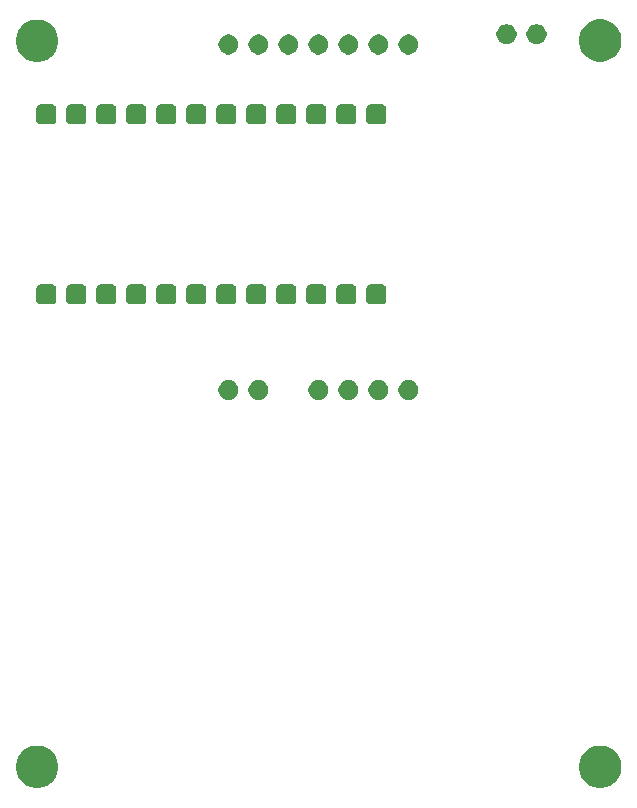
<source format=gbr>
G04 #@! TF.GenerationSoftware,KiCad,Pcbnew,5.0.2+dfsg1-1~bpo9+1*
G04 #@! TF.CreationDate,2019-06-22T18:26:23+01:00*
G04 #@! TF.ProjectId,arduboy_with_flashcart_port_smd,61726475-626f-4795-9f77-6974685f666c,rev?*
G04 #@! TF.SameCoordinates,Original*
G04 #@! TF.FileFunction,Soldermask,Bot*
G04 #@! TF.FilePolarity,Negative*
%FSLAX46Y46*%
G04 Gerber Fmt 4.6, Leading zero omitted, Abs format (unit mm)*
G04 Created by KiCad (PCBNEW 5.0.2+dfsg1-1~bpo9+1) date Sat 22 Jun 2019 18:26:23 BST*
%MOMM*%
%LPD*%
G01*
G04 APERTURE LIST*
%ADD10C,0.100000*%
G04 APERTURE END LIST*
D10*
G36*
X237596231Y-118283211D02*
X237923992Y-118418974D01*
X238218973Y-118616074D01*
X238469826Y-118866927D01*
X238666926Y-119161908D01*
X238802689Y-119489669D01*
X238871900Y-119837616D01*
X238871900Y-120192384D01*
X238802689Y-120540331D01*
X238666926Y-120868092D01*
X238469826Y-121163073D01*
X238218973Y-121413926D01*
X237923992Y-121611026D01*
X237596231Y-121746789D01*
X237248284Y-121816000D01*
X236893516Y-121816000D01*
X236545569Y-121746789D01*
X236217808Y-121611026D01*
X235922827Y-121413926D01*
X235671974Y-121163073D01*
X235474874Y-120868092D01*
X235339111Y-120540331D01*
X235269900Y-120192384D01*
X235269900Y-119837616D01*
X235339111Y-119489669D01*
X235474874Y-119161908D01*
X235671974Y-118866927D01*
X235922827Y-118616074D01*
X236217808Y-118418974D01*
X236545569Y-118283211D01*
X236893516Y-118214000D01*
X237248284Y-118214000D01*
X237596231Y-118283211D01*
X237596231Y-118283211D01*
G37*
G36*
X189920431Y-118283211D02*
X190248192Y-118418974D01*
X190543173Y-118616074D01*
X190794026Y-118866927D01*
X190991126Y-119161908D01*
X191126889Y-119489669D01*
X191196100Y-119837616D01*
X191196100Y-120192384D01*
X191126889Y-120540331D01*
X190991126Y-120868092D01*
X190794026Y-121163073D01*
X190543173Y-121413926D01*
X190248192Y-121611026D01*
X189920431Y-121746789D01*
X189572484Y-121816000D01*
X189217716Y-121816000D01*
X188869769Y-121746789D01*
X188542008Y-121611026D01*
X188247027Y-121413926D01*
X187996174Y-121163073D01*
X187799074Y-120868092D01*
X187663311Y-120540331D01*
X187594100Y-120192384D01*
X187594100Y-119837616D01*
X187663311Y-119489669D01*
X187799074Y-119161908D01*
X187996174Y-118866927D01*
X188247027Y-118616074D01*
X188542008Y-118418974D01*
X188869769Y-118283211D01*
X189217716Y-118214000D01*
X189572484Y-118214000D01*
X189920431Y-118283211D01*
X189920431Y-118283211D01*
G37*
G36*
X213468528Y-87294303D02*
X213623400Y-87358453D01*
X213762781Y-87451585D01*
X213881315Y-87570119D01*
X213974447Y-87709500D01*
X214038597Y-87864372D01*
X214071300Y-88028784D01*
X214071300Y-88196416D01*
X214038597Y-88360828D01*
X213974447Y-88515700D01*
X213881315Y-88655081D01*
X213762781Y-88773615D01*
X213623400Y-88866747D01*
X213468528Y-88930897D01*
X213304116Y-88963600D01*
X213136484Y-88963600D01*
X212972072Y-88930897D01*
X212817200Y-88866747D01*
X212677819Y-88773615D01*
X212559285Y-88655081D01*
X212466153Y-88515700D01*
X212402003Y-88360828D01*
X212369300Y-88196416D01*
X212369300Y-88028784D01*
X212402003Y-87864372D01*
X212466153Y-87709500D01*
X212559285Y-87570119D01*
X212677819Y-87451585D01*
X212817200Y-87358453D01*
X212972072Y-87294303D01*
X213136484Y-87261600D01*
X213304116Y-87261600D01*
X213468528Y-87294303D01*
X213468528Y-87294303D01*
G37*
G36*
X208388528Y-87294303D02*
X208543400Y-87358453D01*
X208682781Y-87451585D01*
X208801315Y-87570119D01*
X208894447Y-87709500D01*
X208958597Y-87864372D01*
X208991300Y-88028784D01*
X208991300Y-88196416D01*
X208958597Y-88360828D01*
X208894447Y-88515700D01*
X208801315Y-88655081D01*
X208682781Y-88773615D01*
X208543400Y-88866747D01*
X208388528Y-88930897D01*
X208224116Y-88963600D01*
X208056484Y-88963600D01*
X207892072Y-88930897D01*
X207737200Y-88866747D01*
X207597819Y-88773615D01*
X207479285Y-88655081D01*
X207386153Y-88515700D01*
X207322003Y-88360828D01*
X207289300Y-88196416D01*
X207289300Y-88028784D01*
X207322003Y-87864372D01*
X207386153Y-87709500D01*
X207479285Y-87570119D01*
X207597819Y-87451585D01*
X207737200Y-87358453D01*
X207892072Y-87294303D01*
X208056484Y-87261600D01*
X208224116Y-87261600D01*
X208388528Y-87294303D01*
X208388528Y-87294303D01*
G37*
G36*
X205848528Y-87294303D02*
X206003400Y-87358453D01*
X206142781Y-87451585D01*
X206261315Y-87570119D01*
X206354447Y-87709500D01*
X206418597Y-87864372D01*
X206451300Y-88028784D01*
X206451300Y-88196416D01*
X206418597Y-88360828D01*
X206354447Y-88515700D01*
X206261315Y-88655081D01*
X206142781Y-88773615D01*
X206003400Y-88866747D01*
X205848528Y-88930897D01*
X205684116Y-88963600D01*
X205516484Y-88963600D01*
X205352072Y-88930897D01*
X205197200Y-88866747D01*
X205057819Y-88773615D01*
X204939285Y-88655081D01*
X204846153Y-88515700D01*
X204782003Y-88360828D01*
X204749300Y-88196416D01*
X204749300Y-88028784D01*
X204782003Y-87864372D01*
X204846153Y-87709500D01*
X204939285Y-87570119D01*
X205057819Y-87451585D01*
X205197200Y-87358453D01*
X205352072Y-87294303D01*
X205516484Y-87261600D01*
X205684116Y-87261600D01*
X205848528Y-87294303D01*
X205848528Y-87294303D01*
G37*
G36*
X221088528Y-87294303D02*
X221243400Y-87358453D01*
X221382781Y-87451585D01*
X221501315Y-87570119D01*
X221594447Y-87709500D01*
X221658597Y-87864372D01*
X221691300Y-88028784D01*
X221691300Y-88196416D01*
X221658597Y-88360828D01*
X221594447Y-88515700D01*
X221501315Y-88655081D01*
X221382781Y-88773615D01*
X221243400Y-88866747D01*
X221088528Y-88930897D01*
X220924116Y-88963600D01*
X220756484Y-88963600D01*
X220592072Y-88930897D01*
X220437200Y-88866747D01*
X220297819Y-88773615D01*
X220179285Y-88655081D01*
X220086153Y-88515700D01*
X220022003Y-88360828D01*
X219989300Y-88196416D01*
X219989300Y-88028784D01*
X220022003Y-87864372D01*
X220086153Y-87709500D01*
X220179285Y-87570119D01*
X220297819Y-87451585D01*
X220437200Y-87358453D01*
X220592072Y-87294303D01*
X220756484Y-87261600D01*
X220924116Y-87261600D01*
X221088528Y-87294303D01*
X221088528Y-87294303D01*
G37*
G36*
X218548528Y-87294303D02*
X218703400Y-87358453D01*
X218842781Y-87451585D01*
X218961315Y-87570119D01*
X219054447Y-87709500D01*
X219118597Y-87864372D01*
X219151300Y-88028784D01*
X219151300Y-88196416D01*
X219118597Y-88360828D01*
X219054447Y-88515700D01*
X218961315Y-88655081D01*
X218842781Y-88773615D01*
X218703400Y-88866747D01*
X218548528Y-88930897D01*
X218384116Y-88963600D01*
X218216484Y-88963600D01*
X218052072Y-88930897D01*
X217897200Y-88866747D01*
X217757819Y-88773615D01*
X217639285Y-88655081D01*
X217546153Y-88515700D01*
X217482003Y-88360828D01*
X217449300Y-88196416D01*
X217449300Y-88028784D01*
X217482003Y-87864372D01*
X217546153Y-87709500D01*
X217639285Y-87570119D01*
X217757819Y-87451585D01*
X217897200Y-87358453D01*
X218052072Y-87294303D01*
X218216484Y-87261600D01*
X218384116Y-87261600D01*
X218548528Y-87294303D01*
X218548528Y-87294303D01*
G37*
G36*
X216008528Y-87294303D02*
X216163400Y-87358453D01*
X216302781Y-87451585D01*
X216421315Y-87570119D01*
X216514447Y-87709500D01*
X216578597Y-87864372D01*
X216611300Y-88028784D01*
X216611300Y-88196416D01*
X216578597Y-88360828D01*
X216514447Y-88515700D01*
X216421315Y-88655081D01*
X216302781Y-88773615D01*
X216163400Y-88866747D01*
X216008528Y-88930897D01*
X215844116Y-88963600D01*
X215676484Y-88963600D01*
X215512072Y-88930897D01*
X215357200Y-88866747D01*
X215217819Y-88773615D01*
X215099285Y-88655081D01*
X215006153Y-88515700D01*
X214942003Y-88360828D01*
X214909300Y-88196416D01*
X214909300Y-88028784D01*
X214942003Y-87864372D01*
X215006153Y-87709500D01*
X215099285Y-87570119D01*
X215217819Y-87451585D01*
X215357200Y-87358453D01*
X215512072Y-87294303D01*
X215676484Y-87261600D01*
X215844116Y-87261600D01*
X216008528Y-87294303D01*
X216008528Y-87294303D01*
G37*
G36*
X208521198Y-79166568D02*
X208589184Y-79187191D01*
X208651837Y-79220680D01*
X208706752Y-79265748D01*
X208751820Y-79320663D01*
X208785309Y-79383316D01*
X208805932Y-79451302D01*
X208813500Y-79528140D01*
X208813500Y-80491860D01*
X208805932Y-80568698D01*
X208785309Y-80636684D01*
X208751820Y-80699337D01*
X208706752Y-80754252D01*
X208651837Y-80799320D01*
X208589184Y-80832809D01*
X208521198Y-80853432D01*
X208444360Y-80861000D01*
X207480640Y-80861000D01*
X207403802Y-80853432D01*
X207335816Y-80832809D01*
X207273163Y-80799320D01*
X207218248Y-80754252D01*
X207173180Y-80699337D01*
X207139691Y-80636684D01*
X207119068Y-80568698D01*
X207111500Y-80491860D01*
X207111500Y-79528140D01*
X207119068Y-79451302D01*
X207139691Y-79383316D01*
X207173180Y-79320663D01*
X207218248Y-79265748D01*
X207273163Y-79220680D01*
X207335816Y-79187191D01*
X207403802Y-79166568D01*
X207480640Y-79159000D01*
X208444360Y-79159000D01*
X208521198Y-79166568D01*
X208521198Y-79166568D01*
G37*
G36*
X193281198Y-79166568D02*
X193349184Y-79187191D01*
X193411837Y-79220680D01*
X193466752Y-79265748D01*
X193511820Y-79320663D01*
X193545309Y-79383316D01*
X193565932Y-79451302D01*
X193573500Y-79528140D01*
X193573500Y-80491860D01*
X193565932Y-80568698D01*
X193545309Y-80636684D01*
X193511820Y-80699337D01*
X193466752Y-80754252D01*
X193411837Y-80799320D01*
X193349184Y-80832809D01*
X193281198Y-80853432D01*
X193204360Y-80861000D01*
X192240640Y-80861000D01*
X192163802Y-80853432D01*
X192095816Y-80832809D01*
X192033163Y-80799320D01*
X191978248Y-80754252D01*
X191933180Y-80699337D01*
X191899691Y-80636684D01*
X191879068Y-80568698D01*
X191871500Y-80491860D01*
X191871500Y-79528140D01*
X191879068Y-79451302D01*
X191899691Y-79383316D01*
X191933180Y-79320663D01*
X191978248Y-79265748D01*
X192033163Y-79220680D01*
X192095816Y-79187191D01*
X192163802Y-79166568D01*
X192240640Y-79159000D01*
X193204360Y-79159000D01*
X193281198Y-79166568D01*
X193281198Y-79166568D01*
G37*
G36*
X195821198Y-79166568D02*
X195889184Y-79187191D01*
X195951837Y-79220680D01*
X196006752Y-79265748D01*
X196051820Y-79320663D01*
X196085309Y-79383316D01*
X196105932Y-79451302D01*
X196113500Y-79528140D01*
X196113500Y-80491860D01*
X196105932Y-80568698D01*
X196085309Y-80636684D01*
X196051820Y-80699337D01*
X196006752Y-80754252D01*
X195951837Y-80799320D01*
X195889184Y-80832809D01*
X195821198Y-80853432D01*
X195744360Y-80861000D01*
X194780640Y-80861000D01*
X194703802Y-80853432D01*
X194635816Y-80832809D01*
X194573163Y-80799320D01*
X194518248Y-80754252D01*
X194473180Y-80699337D01*
X194439691Y-80636684D01*
X194419068Y-80568698D01*
X194411500Y-80491860D01*
X194411500Y-79528140D01*
X194419068Y-79451302D01*
X194439691Y-79383316D01*
X194473180Y-79320663D01*
X194518248Y-79265748D01*
X194573163Y-79220680D01*
X194635816Y-79187191D01*
X194703802Y-79166568D01*
X194780640Y-79159000D01*
X195744360Y-79159000D01*
X195821198Y-79166568D01*
X195821198Y-79166568D01*
G37*
G36*
X198361198Y-79166568D02*
X198429184Y-79187191D01*
X198491837Y-79220680D01*
X198546752Y-79265748D01*
X198591820Y-79320663D01*
X198625309Y-79383316D01*
X198645932Y-79451302D01*
X198653500Y-79528140D01*
X198653500Y-80491860D01*
X198645932Y-80568698D01*
X198625309Y-80636684D01*
X198591820Y-80699337D01*
X198546752Y-80754252D01*
X198491837Y-80799320D01*
X198429184Y-80832809D01*
X198361198Y-80853432D01*
X198284360Y-80861000D01*
X197320640Y-80861000D01*
X197243802Y-80853432D01*
X197175816Y-80832809D01*
X197113163Y-80799320D01*
X197058248Y-80754252D01*
X197013180Y-80699337D01*
X196979691Y-80636684D01*
X196959068Y-80568698D01*
X196951500Y-80491860D01*
X196951500Y-79528140D01*
X196959068Y-79451302D01*
X196979691Y-79383316D01*
X197013180Y-79320663D01*
X197058248Y-79265748D01*
X197113163Y-79220680D01*
X197175816Y-79187191D01*
X197243802Y-79166568D01*
X197320640Y-79159000D01*
X198284360Y-79159000D01*
X198361198Y-79166568D01*
X198361198Y-79166568D01*
G37*
G36*
X200901198Y-79166568D02*
X200969184Y-79187191D01*
X201031837Y-79220680D01*
X201086752Y-79265748D01*
X201131820Y-79320663D01*
X201165309Y-79383316D01*
X201185932Y-79451302D01*
X201193500Y-79528140D01*
X201193500Y-80491860D01*
X201185932Y-80568698D01*
X201165309Y-80636684D01*
X201131820Y-80699337D01*
X201086752Y-80754252D01*
X201031837Y-80799320D01*
X200969184Y-80832809D01*
X200901198Y-80853432D01*
X200824360Y-80861000D01*
X199860640Y-80861000D01*
X199783802Y-80853432D01*
X199715816Y-80832809D01*
X199653163Y-80799320D01*
X199598248Y-80754252D01*
X199553180Y-80699337D01*
X199519691Y-80636684D01*
X199499068Y-80568698D01*
X199491500Y-80491860D01*
X199491500Y-79528140D01*
X199499068Y-79451302D01*
X199519691Y-79383316D01*
X199553180Y-79320663D01*
X199598248Y-79265748D01*
X199653163Y-79220680D01*
X199715816Y-79187191D01*
X199783802Y-79166568D01*
X199860640Y-79159000D01*
X200824360Y-79159000D01*
X200901198Y-79166568D01*
X200901198Y-79166568D01*
G37*
G36*
X203441198Y-79166568D02*
X203509184Y-79187191D01*
X203571837Y-79220680D01*
X203626752Y-79265748D01*
X203671820Y-79320663D01*
X203705309Y-79383316D01*
X203725932Y-79451302D01*
X203733500Y-79528140D01*
X203733500Y-80491860D01*
X203725932Y-80568698D01*
X203705309Y-80636684D01*
X203671820Y-80699337D01*
X203626752Y-80754252D01*
X203571837Y-80799320D01*
X203509184Y-80832809D01*
X203441198Y-80853432D01*
X203364360Y-80861000D01*
X202400640Y-80861000D01*
X202323802Y-80853432D01*
X202255816Y-80832809D01*
X202193163Y-80799320D01*
X202138248Y-80754252D01*
X202093180Y-80699337D01*
X202059691Y-80636684D01*
X202039068Y-80568698D01*
X202031500Y-80491860D01*
X202031500Y-79528140D01*
X202039068Y-79451302D01*
X202059691Y-79383316D01*
X202093180Y-79320663D01*
X202138248Y-79265748D01*
X202193163Y-79220680D01*
X202255816Y-79187191D01*
X202323802Y-79166568D01*
X202400640Y-79159000D01*
X203364360Y-79159000D01*
X203441198Y-79166568D01*
X203441198Y-79166568D01*
G37*
G36*
X205981198Y-79166568D02*
X206049184Y-79187191D01*
X206111837Y-79220680D01*
X206166752Y-79265748D01*
X206211820Y-79320663D01*
X206245309Y-79383316D01*
X206265932Y-79451302D01*
X206273500Y-79528140D01*
X206273500Y-80491860D01*
X206265932Y-80568698D01*
X206245309Y-80636684D01*
X206211820Y-80699337D01*
X206166752Y-80754252D01*
X206111837Y-80799320D01*
X206049184Y-80832809D01*
X205981198Y-80853432D01*
X205904360Y-80861000D01*
X204940640Y-80861000D01*
X204863802Y-80853432D01*
X204795816Y-80832809D01*
X204733163Y-80799320D01*
X204678248Y-80754252D01*
X204633180Y-80699337D01*
X204599691Y-80636684D01*
X204579068Y-80568698D01*
X204571500Y-80491860D01*
X204571500Y-79528140D01*
X204579068Y-79451302D01*
X204599691Y-79383316D01*
X204633180Y-79320663D01*
X204678248Y-79265748D01*
X204733163Y-79220680D01*
X204795816Y-79187191D01*
X204863802Y-79166568D01*
X204940640Y-79159000D01*
X205904360Y-79159000D01*
X205981198Y-79166568D01*
X205981198Y-79166568D01*
G37*
G36*
X211061198Y-79166568D02*
X211129184Y-79187191D01*
X211191837Y-79220680D01*
X211246752Y-79265748D01*
X211291820Y-79320663D01*
X211325309Y-79383316D01*
X211345932Y-79451302D01*
X211353500Y-79528140D01*
X211353500Y-80491860D01*
X211345932Y-80568698D01*
X211325309Y-80636684D01*
X211291820Y-80699337D01*
X211246752Y-80754252D01*
X211191837Y-80799320D01*
X211129184Y-80832809D01*
X211061198Y-80853432D01*
X210984360Y-80861000D01*
X210020640Y-80861000D01*
X209943802Y-80853432D01*
X209875816Y-80832809D01*
X209813163Y-80799320D01*
X209758248Y-80754252D01*
X209713180Y-80699337D01*
X209679691Y-80636684D01*
X209659068Y-80568698D01*
X209651500Y-80491860D01*
X209651500Y-79528140D01*
X209659068Y-79451302D01*
X209679691Y-79383316D01*
X209713180Y-79320663D01*
X209758248Y-79265748D01*
X209813163Y-79220680D01*
X209875816Y-79187191D01*
X209943802Y-79166568D01*
X210020640Y-79159000D01*
X210984360Y-79159000D01*
X211061198Y-79166568D01*
X211061198Y-79166568D01*
G37*
G36*
X190741198Y-79166568D02*
X190809184Y-79187191D01*
X190871837Y-79220680D01*
X190926752Y-79265748D01*
X190971820Y-79320663D01*
X191005309Y-79383316D01*
X191025932Y-79451302D01*
X191033500Y-79528140D01*
X191033500Y-80491860D01*
X191025932Y-80568698D01*
X191005309Y-80636684D01*
X190971820Y-80699337D01*
X190926752Y-80754252D01*
X190871837Y-80799320D01*
X190809184Y-80832809D01*
X190741198Y-80853432D01*
X190664360Y-80861000D01*
X189700640Y-80861000D01*
X189623802Y-80853432D01*
X189555816Y-80832809D01*
X189493163Y-80799320D01*
X189438248Y-80754252D01*
X189393180Y-80699337D01*
X189359691Y-80636684D01*
X189339068Y-80568698D01*
X189331500Y-80491860D01*
X189331500Y-79528140D01*
X189339068Y-79451302D01*
X189359691Y-79383316D01*
X189393180Y-79320663D01*
X189438248Y-79265748D01*
X189493163Y-79220680D01*
X189555816Y-79187191D01*
X189623802Y-79166568D01*
X189700640Y-79159000D01*
X190664360Y-79159000D01*
X190741198Y-79166568D01*
X190741198Y-79166568D01*
G37*
G36*
X218681198Y-79166568D02*
X218749184Y-79187191D01*
X218811837Y-79220680D01*
X218866752Y-79265748D01*
X218911820Y-79320663D01*
X218945309Y-79383316D01*
X218965932Y-79451302D01*
X218973500Y-79528140D01*
X218973500Y-80491860D01*
X218965932Y-80568698D01*
X218945309Y-80636684D01*
X218911820Y-80699337D01*
X218866752Y-80754252D01*
X218811837Y-80799320D01*
X218749184Y-80832809D01*
X218681198Y-80853432D01*
X218604360Y-80861000D01*
X217640640Y-80861000D01*
X217563802Y-80853432D01*
X217495816Y-80832809D01*
X217433163Y-80799320D01*
X217378248Y-80754252D01*
X217333180Y-80699337D01*
X217299691Y-80636684D01*
X217279068Y-80568698D01*
X217271500Y-80491860D01*
X217271500Y-79528140D01*
X217279068Y-79451302D01*
X217299691Y-79383316D01*
X217333180Y-79320663D01*
X217378248Y-79265748D01*
X217433163Y-79220680D01*
X217495816Y-79187191D01*
X217563802Y-79166568D01*
X217640640Y-79159000D01*
X218604360Y-79159000D01*
X218681198Y-79166568D01*
X218681198Y-79166568D01*
G37*
G36*
X216141198Y-79166568D02*
X216209184Y-79187191D01*
X216271837Y-79220680D01*
X216326752Y-79265748D01*
X216371820Y-79320663D01*
X216405309Y-79383316D01*
X216425932Y-79451302D01*
X216433500Y-79528140D01*
X216433500Y-80491860D01*
X216425932Y-80568698D01*
X216405309Y-80636684D01*
X216371820Y-80699337D01*
X216326752Y-80754252D01*
X216271837Y-80799320D01*
X216209184Y-80832809D01*
X216141198Y-80853432D01*
X216064360Y-80861000D01*
X215100640Y-80861000D01*
X215023802Y-80853432D01*
X214955816Y-80832809D01*
X214893163Y-80799320D01*
X214838248Y-80754252D01*
X214793180Y-80699337D01*
X214759691Y-80636684D01*
X214739068Y-80568698D01*
X214731500Y-80491860D01*
X214731500Y-79528140D01*
X214739068Y-79451302D01*
X214759691Y-79383316D01*
X214793180Y-79320663D01*
X214838248Y-79265748D01*
X214893163Y-79220680D01*
X214955816Y-79187191D01*
X215023802Y-79166568D01*
X215100640Y-79159000D01*
X216064360Y-79159000D01*
X216141198Y-79166568D01*
X216141198Y-79166568D01*
G37*
G36*
X213601198Y-79166568D02*
X213669184Y-79187191D01*
X213731837Y-79220680D01*
X213786752Y-79265748D01*
X213831820Y-79320663D01*
X213865309Y-79383316D01*
X213885932Y-79451302D01*
X213893500Y-79528140D01*
X213893500Y-80491860D01*
X213885932Y-80568698D01*
X213865309Y-80636684D01*
X213831820Y-80699337D01*
X213786752Y-80754252D01*
X213731837Y-80799320D01*
X213669184Y-80832809D01*
X213601198Y-80853432D01*
X213524360Y-80861000D01*
X212560640Y-80861000D01*
X212483802Y-80853432D01*
X212415816Y-80832809D01*
X212353163Y-80799320D01*
X212298248Y-80754252D01*
X212253180Y-80699337D01*
X212219691Y-80636684D01*
X212199068Y-80568698D01*
X212191500Y-80491860D01*
X212191500Y-79528140D01*
X212199068Y-79451302D01*
X212219691Y-79383316D01*
X212253180Y-79320663D01*
X212298248Y-79265748D01*
X212353163Y-79220680D01*
X212415816Y-79187191D01*
X212483802Y-79166568D01*
X212560640Y-79159000D01*
X213524360Y-79159000D01*
X213601198Y-79166568D01*
X213601198Y-79166568D01*
G37*
G36*
X211061198Y-63926568D02*
X211129184Y-63947191D01*
X211191837Y-63980680D01*
X211246752Y-64025748D01*
X211291820Y-64080663D01*
X211325309Y-64143316D01*
X211345932Y-64211302D01*
X211353500Y-64288140D01*
X211353500Y-65251860D01*
X211345932Y-65328698D01*
X211325309Y-65396684D01*
X211291820Y-65459337D01*
X211246752Y-65514252D01*
X211191837Y-65559320D01*
X211129184Y-65592809D01*
X211061198Y-65613432D01*
X210984360Y-65621000D01*
X210020640Y-65621000D01*
X209943802Y-65613432D01*
X209875816Y-65592809D01*
X209813163Y-65559320D01*
X209758248Y-65514252D01*
X209713180Y-65459337D01*
X209679691Y-65396684D01*
X209659068Y-65328698D01*
X209651500Y-65251860D01*
X209651500Y-64288140D01*
X209659068Y-64211302D01*
X209679691Y-64143316D01*
X209713180Y-64080663D01*
X209758248Y-64025748D01*
X209813163Y-63980680D01*
X209875816Y-63947191D01*
X209943802Y-63926568D01*
X210020640Y-63919000D01*
X210984360Y-63919000D01*
X211061198Y-63926568D01*
X211061198Y-63926568D01*
G37*
G36*
X218681198Y-63926568D02*
X218749184Y-63947191D01*
X218811837Y-63980680D01*
X218866752Y-64025748D01*
X218911820Y-64080663D01*
X218945309Y-64143316D01*
X218965932Y-64211302D01*
X218973500Y-64288140D01*
X218973500Y-65251860D01*
X218965932Y-65328698D01*
X218945309Y-65396684D01*
X218911820Y-65459337D01*
X218866752Y-65514252D01*
X218811837Y-65559320D01*
X218749184Y-65592809D01*
X218681198Y-65613432D01*
X218604360Y-65621000D01*
X217640640Y-65621000D01*
X217563802Y-65613432D01*
X217495816Y-65592809D01*
X217433163Y-65559320D01*
X217378248Y-65514252D01*
X217333180Y-65459337D01*
X217299691Y-65396684D01*
X217279068Y-65328698D01*
X217271500Y-65251860D01*
X217271500Y-64288140D01*
X217279068Y-64211302D01*
X217299691Y-64143316D01*
X217333180Y-64080663D01*
X217378248Y-64025748D01*
X217433163Y-63980680D01*
X217495816Y-63947191D01*
X217563802Y-63926568D01*
X217640640Y-63919000D01*
X218604360Y-63919000D01*
X218681198Y-63926568D01*
X218681198Y-63926568D01*
G37*
G36*
X216141198Y-63926568D02*
X216209184Y-63947191D01*
X216271837Y-63980680D01*
X216326752Y-64025748D01*
X216371820Y-64080663D01*
X216405309Y-64143316D01*
X216425932Y-64211302D01*
X216433500Y-64288140D01*
X216433500Y-65251860D01*
X216425932Y-65328698D01*
X216405309Y-65396684D01*
X216371820Y-65459337D01*
X216326752Y-65514252D01*
X216271837Y-65559320D01*
X216209184Y-65592809D01*
X216141198Y-65613432D01*
X216064360Y-65621000D01*
X215100640Y-65621000D01*
X215023802Y-65613432D01*
X214955816Y-65592809D01*
X214893163Y-65559320D01*
X214838248Y-65514252D01*
X214793180Y-65459337D01*
X214759691Y-65396684D01*
X214739068Y-65328698D01*
X214731500Y-65251860D01*
X214731500Y-64288140D01*
X214739068Y-64211302D01*
X214759691Y-64143316D01*
X214793180Y-64080663D01*
X214838248Y-64025748D01*
X214893163Y-63980680D01*
X214955816Y-63947191D01*
X215023802Y-63926568D01*
X215100640Y-63919000D01*
X216064360Y-63919000D01*
X216141198Y-63926568D01*
X216141198Y-63926568D01*
G37*
G36*
X213601198Y-63926568D02*
X213669184Y-63947191D01*
X213731837Y-63980680D01*
X213786752Y-64025748D01*
X213831820Y-64080663D01*
X213865309Y-64143316D01*
X213885932Y-64211302D01*
X213893500Y-64288140D01*
X213893500Y-65251860D01*
X213885932Y-65328698D01*
X213865309Y-65396684D01*
X213831820Y-65459337D01*
X213786752Y-65514252D01*
X213731837Y-65559320D01*
X213669184Y-65592809D01*
X213601198Y-65613432D01*
X213524360Y-65621000D01*
X212560640Y-65621000D01*
X212483802Y-65613432D01*
X212415816Y-65592809D01*
X212353163Y-65559320D01*
X212298248Y-65514252D01*
X212253180Y-65459337D01*
X212219691Y-65396684D01*
X212199068Y-65328698D01*
X212191500Y-65251860D01*
X212191500Y-64288140D01*
X212199068Y-64211302D01*
X212219691Y-64143316D01*
X212253180Y-64080663D01*
X212298248Y-64025748D01*
X212353163Y-63980680D01*
X212415816Y-63947191D01*
X212483802Y-63926568D01*
X212560640Y-63919000D01*
X213524360Y-63919000D01*
X213601198Y-63926568D01*
X213601198Y-63926568D01*
G37*
G36*
X208521198Y-63926568D02*
X208589184Y-63947191D01*
X208651837Y-63980680D01*
X208706752Y-64025748D01*
X208751820Y-64080663D01*
X208785309Y-64143316D01*
X208805932Y-64211302D01*
X208813500Y-64288140D01*
X208813500Y-65251860D01*
X208805932Y-65328698D01*
X208785309Y-65396684D01*
X208751820Y-65459337D01*
X208706752Y-65514252D01*
X208651837Y-65559320D01*
X208589184Y-65592809D01*
X208521198Y-65613432D01*
X208444360Y-65621000D01*
X207480640Y-65621000D01*
X207403802Y-65613432D01*
X207335816Y-65592809D01*
X207273163Y-65559320D01*
X207218248Y-65514252D01*
X207173180Y-65459337D01*
X207139691Y-65396684D01*
X207119068Y-65328698D01*
X207111500Y-65251860D01*
X207111500Y-64288140D01*
X207119068Y-64211302D01*
X207139691Y-64143316D01*
X207173180Y-64080663D01*
X207218248Y-64025748D01*
X207273163Y-63980680D01*
X207335816Y-63947191D01*
X207403802Y-63926568D01*
X207480640Y-63919000D01*
X208444360Y-63919000D01*
X208521198Y-63926568D01*
X208521198Y-63926568D01*
G37*
G36*
X205981198Y-63926568D02*
X206049184Y-63947191D01*
X206111837Y-63980680D01*
X206166752Y-64025748D01*
X206211820Y-64080663D01*
X206245309Y-64143316D01*
X206265932Y-64211302D01*
X206273500Y-64288140D01*
X206273500Y-65251860D01*
X206265932Y-65328698D01*
X206245309Y-65396684D01*
X206211820Y-65459337D01*
X206166752Y-65514252D01*
X206111837Y-65559320D01*
X206049184Y-65592809D01*
X205981198Y-65613432D01*
X205904360Y-65621000D01*
X204940640Y-65621000D01*
X204863802Y-65613432D01*
X204795816Y-65592809D01*
X204733163Y-65559320D01*
X204678248Y-65514252D01*
X204633180Y-65459337D01*
X204599691Y-65396684D01*
X204579068Y-65328698D01*
X204571500Y-65251860D01*
X204571500Y-64288140D01*
X204579068Y-64211302D01*
X204599691Y-64143316D01*
X204633180Y-64080663D01*
X204678248Y-64025748D01*
X204733163Y-63980680D01*
X204795816Y-63947191D01*
X204863802Y-63926568D01*
X204940640Y-63919000D01*
X205904360Y-63919000D01*
X205981198Y-63926568D01*
X205981198Y-63926568D01*
G37*
G36*
X200901198Y-63926568D02*
X200969184Y-63947191D01*
X201031837Y-63980680D01*
X201086752Y-64025748D01*
X201131820Y-64080663D01*
X201165309Y-64143316D01*
X201185932Y-64211302D01*
X201193500Y-64288140D01*
X201193500Y-65251860D01*
X201185932Y-65328698D01*
X201165309Y-65396684D01*
X201131820Y-65459337D01*
X201086752Y-65514252D01*
X201031837Y-65559320D01*
X200969184Y-65592809D01*
X200901198Y-65613432D01*
X200824360Y-65621000D01*
X199860640Y-65621000D01*
X199783802Y-65613432D01*
X199715816Y-65592809D01*
X199653163Y-65559320D01*
X199598248Y-65514252D01*
X199553180Y-65459337D01*
X199519691Y-65396684D01*
X199499068Y-65328698D01*
X199491500Y-65251860D01*
X199491500Y-64288140D01*
X199499068Y-64211302D01*
X199519691Y-64143316D01*
X199553180Y-64080663D01*
X199598248Y-64025748D01*
X199653163Y-63980680D01*
X199715816Y-63947191D01*
X199783802Y-63926568D01*
X199860640Y-63919000D01*
X200824360Y-63919000D01*
X200901198Y-63926568D01*
X200901198Y-63926568D01*
G37*
G36*
X198361198Y-63926568D02*
X198429184Y-63947191D01*
X198491837Y-63980680D01*
X198546752Y-64025748D01*
X198591820Y-64080663D01*
X198625309Y-64143316D01*
X198645932Y-64211302D01*
X198653500Y-64288140D01*
X198653500Y-65251860D01*
X198645932Y-65328698D01*
X198625309Y-65396684D01*
X198591820Y-65459337D01*
X198546752Y-65514252D01*
X198491837Y-65559320D01*
X198429184Y-65592809D01*
X198361198Y-65613432D01*
X198284360Y-65621000D01*
X197320640Y-65621000D01*
X197243802Y-65613432D01*
X197175816Y-65592809D01*
X197113163Y-65559320D01*
X197058248Y-65514252D01*
X197013180Y-65459337D01*
X196979691Y-65396684D01*
X196959068Y-65328698D01*
X196951500Y-65251860D01*
X196951500Y-64288140D01*
X196959068Y-64211302D01*
X196979691Y-64143316D01*
X197013180Y-64080663D01*
X197058248Y-64025748D01*
X197113163Y-63980680D01*
X197175816Y-63947191D01*
X197243802Y-63926568D01*
X197320640Y-63919000D01*
X198284360Y-63919000D01*
X198361198Y-63926568D01*
X198361198Y-63926568D01*
G37*
G36*
X195821198Y-63926568D02*
X195889184Y-63947191D01*
X195951837Y-63980680D01*
X196006752Y-64025748D01*
X196051820Y-64080663D01*
X196085309Y-64143316D01*
X196105932Y-64211302D01*
X196113500Y-64288140D01*
X196113500Y-65251860D01*
X196105932Y-65328698D01*
X196085309Y-65396684D01*
X196051820Y-65459337D01*
X196006752Y-65514252D01*
X195951837Y-65559320D01*
X195889184Y-65592809D01*
X195821198Y-65613432D01*
X195744360Y-65621000D01*
X194780640Y-65621000D01*
X194703802Y-65613432D01*
X194635816Y-65592809D01*
X194573163Y-65559320D01*
X194518248Y-65514252D01*
X194473180Y-65459337D01*
X194439691Y-65396684D01*
X194419068Y-65328698D01*
X194411500Y-65251860D01*
X194411500Y-64288140D01*
X194419068Y-64211302D01*
X194439691Y-64143316D01*
X194473180Y-64080663D01*
X194518248Y-64025748D01*
X194573163Y-63980680D01*
X194635816Y-63947191D01*
X194703802Y-63926568D01*
X194780640Y-63919000D01*
X195744360Y-63919000D01*
X195821198Y-63926568D01*
X195821198Y-63926568D01*
G37*
G36*
X193281198Y-63926568D02*
X193349184Y-63947191D01*
X193411837Y-63980680D01*
X193466752Y-64025748D01*
X193511820Y-64080663D01*
X193545309Y-64143316D01*
X193565932Y-64211302D01*
X193573500Y-64288140D01*
X193573500Y-65251860D01*
X193565932Y-65328698D01*
X193545309Y-65396684D01*
X193511820Y-65459337D01*
X193466752Y-65514252D01*
X193411837Y-65559320D01*
X193349184Y-65592809D01*
X193281198Y-65613432D01*
X193204360Y-65621000D01*
X192240640Y-65621000D01*
X192163802Y-65613432D01*
X192095816Y-65592809D01*
X192033163Y-65559320D01*
X191978248Y-65514252D01*
X191933180Y-65459337D01*
X191899691Y-65396684D01*
X191879068Y-65328698D01*
X191871500Y-65251860D01*
X191871500Y-64288140D01*
X191879068Y-64211302D01*
X191899691Y-64143316D01*
X191933180Y-64080663D01*
X191978248Y-64025748D01*
X192033163Y-63980680D01*
X192095816Y-63947191D01*
X192163802Y-63926568D01*
X192240640Y-63919000D01*
X193204360Y-63919000D01*
X193281198Y-63926568D01*
X193281198Y-63926568D01*
G37*
G36*
X190741198Y-63926568D02*
X190809184Y-63947191D01*
X190871837Y-63980680D01*
X190926752Y-64025748D01*
X190971820Y-64080663D01*
X191005309Y-64143316D01*
X191025932Y-64211302D01*
X191033500Y-64288140D01*
X191033500Y-65251860D01*
X191025932Y-65328698D01*
X191005309Y-65396684D01*
X190971820Y-65459337D01*
X190926752Y-65514252D01*
X190871837Y-65559320D01*
X190809184Y-65592809D01*
X190741198Y-65613432D01*
X190664360Y-65621000D01*
X189700640Y-65621000D01*
X189623802Y-65613432D01*
X189555816Y-65592809D01*
X189493163Y-65559320D01*
X189438248Y-65514252D01*
X189393180Y-65459337D01*
X189359691Y-65396684D01*
X189339068Y-65328698D01*
X189331500Y-65251860D01*
X189331500Y-64288140D01*
X189339068Y-64211302D01*
X189359691Y-64143316D01*
X189393180Y-64080663D01*
X189438248Y-64025748D01*
X189493163Y-63980680D01*
X189555816Y-63947191D01*
X189623802Y-63926568D01*
X189700640Y-63919000D01*
X190664360Y-63919000D01*
X190741198Y-63926568D01*
X190741198Y-63926568D01*
G37*
G36*
X203441198Y-63926568D02*
X203509184Y-63947191D01*
X203571837Y-63980680D01*
X203626752Y-64025748D01*
X203671820Y-64080663D01*
X203705309Y-64143316D01*
X203725932Y-64211302D01*
X203733500Y-64288140D01*
X203733500Y-65251860D01*
X203725932Y-65328698D01*
X203705309Y-65396684D01*
X203671820Y-65459337D01*
X203626752Y-65514252D01*
X203571837Y-65559320D01*
X203509184Y-65592809D01*
X203441198Y-65613432D01*
X203364360Y-65621000D01*
X202400640Y-65621000D01*
X202323802Y-65613432D01*
X202255816Y-65592809D01*
X202193163Y-65559320D01*
X202138248Y-65514252D01*
X202093180Y-65459337D01*
X202059691Y-65396684D01*
X202039068Y-65328698D01*
X202031500Y-65251860D01*
X202031500Y-64288140D01*
X202039068Y-64211302D01*
X202059691Y-64143316D01*
X202093180Y-64080663D01*
X202138248Y-64025748D01*
X202193163Y-63980680D01*
X202255816Y-63947191D01*
X202323802Y-63926568D01*
X202400640Y-63919000D01*
X203364360Y-63919000D01*
X203441198Y-63926568D01*
X203441198Y-63926568D01*
G37*
G36*
X189920431Y-56815211D02*
X190248192Y-56950974D01*
X190543173Y-57148074D01*
X190794026Y-57398927D01*
X190991126Y-57693908D01*
X191126889Y-58021669D01*
X191196100Y-58369616D01*
X191196100Y-58724384D01*
X191126889Y-59072331D01*
X190991126Y-59400092D01*
X190794026Y-59695073D01*
X190543173Y-59945926D01*
X190248192Y-60143026D01*
X189920431Y-60278789D01*
X189572484Y-60348000D01*
X189217716Y-60348000D01*
X188869769Y-60278789D01*
X188542008Y-60143026D01*
X188247027Y-59945926D01*
X187996174Y-59695073D01*
X187799074Y-59400092D01*
X187663311Y-59072331D01*
X187594100Y-58724384D01*
X187594100Y-58369616D01*
X187663311Y-58021669D01*
X187799074Y-57693908D01*
X187996174Y-57398927D01*
X188247027Y-57148074D01*
X188542008Y-56950974D01*
X188869769Y-56815211D01*
X189217716Y-56746000D01*
X189572484Y-56746000D01*
X189920431Y-56815211D01*
X189920431Y-56815211D01*
G37*
G36*
X237596231Y-56789811D02*
X237923992Y-56925574D01*
X238218973Y-57122674D01*
X238469826Y-57373527D01*
X238666926Y-57668508D01*
X238802689Y-57996269D01*
X238871900Y-58344216D01*
X238871900Y-58698984D01*
X238802689Y-59046931D01*
X238666926Y-59374692D01*
X238469826Y-59669673D01*
X238218973Y-59920526D01*
X237923992Y-60117626D01*
X237596231Y-60253389D01*
X237248284Y-60322600D01*
X236893516Y-60322600D01*
X236545569Y-60253389D01*
X236217808Y-60117626D01*
X235922827Y-59920526D01*
X235671974Y-59669673D01*
X235474874Y-59374692D01*
X235339111Y-59046931D01*
X235269900Y-58698984D01*
X235269900Y-58344216D01*
X235339111Y-57996269D01*
X235474874Y-57668508D01*
X235671974Y-57373527D01*
X235922827Y-57122674D01*
X236217808Y-56925574D01*
X236545569Y-56789811D01*
X236893516Y-56720600D01*
X237248284Y-56720600D01*
X237596231Y-56789811D01*
X237596231Y-56789811D01*
G37*
G36*
X205848528Y-58033503D02*
X206003400Y-58097653D01*
X206142781Y-58190785D01*
X206261315Y-58309319D01*
X206354447Y-58448700D01*
X206418597Y-58603572D01*
X206451300Y-58767984D01*
X206451300Y-58935616D01*
X206418597Y-59100028D01*
X206354447Y-59254900D01*
X206261315Y-59394281D01*
X206142781Y-59512815D01*
X206003400Y-59605947D01*
X205848528Y-59670097D01*
X205684116Y-59702800D01*
X205516484Y-59702800D01*
X205352072Y-59670097D01*
X205197200Y-59605947D01*
X205057819Y-59512815D01*
X204939285Y-59394281D01*
X204846153Y-59254900D01*
X204782003Y-59100028D01*
X204749300Y-58935616D01*
X204749300Y-58767984D01*
X204782003Y-58603572D01*
X204846153Y-58448700D01*
X204939285Y-58309319D01*
X205057819Y-58190785D01*
X205197200Y-58097653D01*
X205352072Y-58033503D01*
X205516484Y-58000800D01*
X205684116Y-58000800D01*
X205848528Y-58033503D01*
X205848528Y-58033503D01*
G37*
G36*
X208388528Y-58033503D02*
X208543400Y-58097653D01*
X208682781Y-58190785D01*
X208801315Y-58309319D01*
X208894447Y-58448700D01*
X208958597Y-58603572D01*
X208991300Y-58767984D01*
X208991300Y-58935616D01*
X208958597Y-59100028D01*
X208894447Y-59254900D01*
X208801315Y-59394281D01*
X208682781Y-59512815D01*
X208543400Y-59605947D01*
X208388528Y-59670097D01*
X208224116Y-59702800D01*
X208056484Y-59702800D01*
X207892072Y-59670097D01*
X207737200Y-59605947D01*
X207597819Y-59512815D01*
X207479285Y-59394281D01*
X207386153Y-59254900D01*
X207322003Y-59100028D01*
X207289300Y-58935616D01*
X207289300Y-58767984D01*
X207322003Y-58603572D01*
X207386153Y-58448700D01*
X207479285Y-58309319D01*
X207597819Y-58190785D01*
X207737200Y-58097653D01*
X207892072Y-58033503D01*
X208056484Y-58000800D01*
X208224116Y-58000800D01*
X208388528Y-58033503D01*
X208388528Y-58033503D01*
G37*
G36*
X210928528Y-58033503D02*
X211083400Y-58097653D01*
X211222781Y-58190785D01*
X211341315Y-58309319D01*
X211434447Y-58448700D01*
X211498597Y-58603572D01*
X211531300Y-58767984D01*
X211531300Y-58935616D01*
X211498597Y-59100028D01*
X211434447Y-59254900D01*
X211341315Y-59394281D01*
X211222781Y-59512815D01*
X211083400Y-59605947D01*
X210928528Y-59670097D01*
X210764116Y-59702800D01*
X210596484Y-59702800D01*
X210432072Y-59670097D01*
X210277200Y-59605947D01*
X210137819Y-59512815D01*
X210019285Y-59394281D01*
X209926153Y-59254900D01*
X209862003Y-59100028D01*
X209829300Y-58935616D01*
X209829300Y-58767984D01*
X209862003Y-58603572D01*
X209926153Y-58448700D01*
X210019285Y-58309319D01*
X210137819Y-58190785D01*
X210277200Y-58097653D01*
X210432072Y-58033503D01*
X210596484Y-58000800D01*
X210764116Y-58000800D01*
X210928528Y-58033503D01*
X210928528Y-58033503D01*
G37*
G36*
X213468528Y-58033503D02*
X213623400Y-58097653D01*
X213762781Y-58190785D01*
X213881315Y-58309319D01*
X213974447Y-58448700D01*
X214038597Y-58603572D01*
X214071300Y-58767984D01*
X214071300Y-58935616D01*
X214038597Y-59100028D01*
X213974447Y-59254900D01*
X213881315Y-59394281D01*
X213762781Y-59512815D01*
X213623400Y-59605947D01*
X213468528Y-59670097D01*
X213304116Y-59702800D01*
X213136484Y-59702800D01*
X212972072Y-59670097D01*
X212817200Y-59605947D01*
X212677819Y-59512815D01*
X212559285Y-59394281D01*
X212466153Y-59254900D01*
X212402003Y-59100028D01*
X212369300Y-58935616D01*
X212369300Y-58767984D01*
X212402003Y-58603572D01*
X212466153Y-58448700D01*
X212559285Y-58309319D01*
X212677819Y-58190785D01*
X212817200Y-58097653D01*
X212972072Y-58033503D01*
X213136484Y-58000800D01*
X213304116Y-58000800D01*
X213468528Y-58033503D01*
X213468528Y-58033503D01*
G37*
G36*
X216008528Y-58033503D02*
X216163400Y-58097653D01*
X216302781Y-58190785D01*
X216421315Y-58309319D01*
X216514447Y-58448700D01*
X216578597Y-58603572D01*
X216611300Y-58767984D01*
X216611300Y-58935616D01*
X216578597Y-59100028D01*
X216514447Y-59254900D01*
X216421315Y-59394281D01*
X216302781Y-59512815D01*
X216163400Y-59605947D01*
X216008528Y-59670097D01*
X215844116Y-59702800D01*
X215676484Y-59702800D01*
X215512072Y-59670097D01*
X215357200Y-59605947D01*
X215217819Y-59512815D01*
X215099285Y-59394281D01*
X215006153Y-59254900D01*
X214942003Y-59100028D01*
X214909300Y-58935616D01*
X214909300Y-58767984D01*
X214942003Y-58603572D01*
X215006153Y-58448700D01*
X215099285Y-58309319D01*
X215217819Y-58190785D01*
X215357200Y-58097653D01*
X215512072Y-58033503D01*
X215676484Y-58000800D01*
X215844116Y-58000800D01*
X216008528Y-58033503D01*
X216008528Y-58033503D01*
G37*
G36*
X218548528Y-58033503D02*
X218703400Y-58097653D01*
X218842781Y-58190785D01*
X218961315Y-58309319D01*
X219054447Y-58448700D01*
X219118597Y-58603572D01*
X219151300Y-58767984D01*
X219151300Y-58935616D01*
X219118597Y-59100028D01*
X219054447Y-59254900D01*
X218961315Y-59394281D01*
X218842781Y-59512815D01*
X218703400Y-59605947D01*
X218548528Y-59670097D01*
X218384116Y-59702800D01*
X218216484Y-59702800D01*
X218052072Y-59670097D01*
X217897200Y-59605947D01*
X217757819Y-59512815D01*
X217639285Y-59394281D01*
X217546153Y-59254900D01*
X217482003Y-59100028D01*
X217449300Y-58935616D01*
X217449300Y-58767984D01*
X217482003Y-58603572D01*
X217546153Y-58448700D01*
X217639285Y-58309319D01*
X217757819Y-58190785D01*
X217897200Y-58097653D01*
X218052072Y-58033503D01*
X218216484Y-58000800D01*
X218384116Y-58000800D01*
X218548528Y-58033503D01*
X218548528Y-58033503D01*
G37*
G36*
X221088528Y-58033503D02*
X221243400Y-58097653D01*
X221382781Y-58190785D01*
X221501315Y-58309319D01*
X221594447Y-58448700D01*
X221658597Y-58603572D01*
X221691300Y-58767984D01*
X221691300Y-58935616D01*
X221658597Y-59100028D01*
X221594447Y-59254900D01*
X221501315Y-59394281D01*
X221382781Y-59512815D01*
X221243400Y-59605947D01*
X221088528Y-59670097D01*
X220924116Y-59702800D01*
X220756484Y-59702800D01*
X220592072Y-59670097D01*
X220437200Y-59605947D01*
X220297819Y-59512815D01*
X220179285Y-59394281D01*
X220086153Y-59254900D01*
X220022003Y-59100028D01*
X219989300Y-58935616D01*
X219989300Y-58767984D01*
X220022003Y-58603572D01*
X220086153Y-58448700D01*
X220179285Y-58309319D01*
X220297819Y-58190785D01*
X220437200Y-58097653D01*
X220592072Y-58033503D01*
X220756484Y-58000800D01*
X220924116Y-58000800D01*
X221088528Y-58033503D01*
X221088528Y-58033503D01*
G37*
G36*
X231934328Y-57169903D02*
X232089200Y-57234053D01*
X232228581Y-57327185D01*
X232347115Y-57445719D01*
X232440247Y-57585100D01*
X232504397Y-57739972D01*
X232537100Y-57904384D01*
X232537100Y-58072016D01*
X232504397Y-58236428D01*
X232440247Y-58391300D01*
X232347115Y-58530681D01*
X232228581Y-58649215D01*
X232089200Y-58742347D01*
X231934328Y-58806497D01*
X231769916Y-58839200D01*
X231602284Y-58839200D01*
X231437872Y-58806497D01*
X231283000Y-58742347D01*
X231143619Y-58649215D01*
X231025085Y-58530681D01*
X230931953Y-58391300D01*
X230867803Y-58236428D01*
X230835100Y-58072016D01*
X230835100Y-57904384D01*
X230867803Y-57739972D01*
X230931953Y-57585100D01*
X231025085Y-57445719D01*
X231143619Y-57327185D01*
X231283000Y-57234053D01*
X231437872Y-57169903D01*
X231602284Y-57137200D01*
X231769916Y-57137200D01*
X231934328Y-57169903D01*
X231934328Y-57169903D01*
G37*
G36*
X229394328Y-57169903D02*
X229549200Y-57234053D01*
X229688581Y-57327185D01*
X229807115Y-57445719D01*
X229900247Y-57585100D01*
X229964397Y-57739972D01*
X229997100Y-57904384D01*
X229997100Y-58072016D01*
X229964397Y-58236428D01*
X229900247Y-58391300D01*
X229807115Y-58530681D01*
X229688581Y-58649215D01*
X229549200Y-58742347D01*
X229394328Y-58806497D01*
X229229916Y-58839200D01*
X229062284Y-58839200D01*
X228897872Y-58806497D01*
X228743000Y-58742347D01*
X228603619Y-58649215D01*
X228485085Y-58530681D01*
X228391953Y-58391300D01*
X228327803Y-58236428D01*
X228295100Y-58072016D01*
X228295100Y-57904384D01*
X228327803Y-57739972D01*
X228391953Y-57585100D01*
X228485085Y-57445719D01*
X228603619Y-57327185D01*
X228743000Y-57234053D01*
X228897872Y-57169903D01*
X229062284Y-57137200D01*
X229229916Y-57137200D01*
X229394328Y-57169903D01*
X229394328Y-57169903D01*
G37*
M02*

</source>
